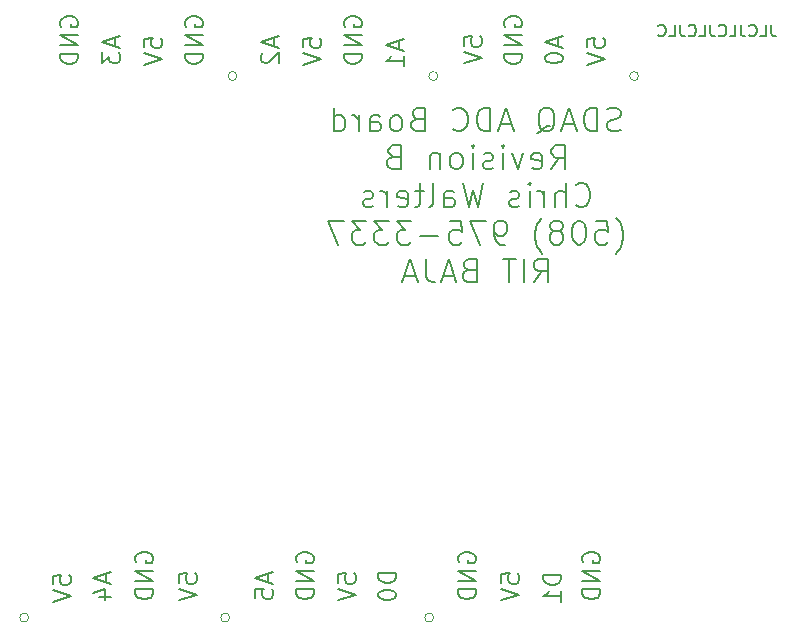
<source format=gbr>
%TF.GenerationSoftware,KiCad,Pcbnew,(5.1.10)-1*%
%TF.CreationDate,2022-03-21T18:44:11-04:00*%
%TF.ProjectId,RevA,52657641-2e6b-4696-9361-645f70636258,rev?*%
%TF.SameCoordinates,Original*%
%TF.FileFunction,Legend,Bot*%
%TF.FilePolarity,Positive*%
%FSLAX46Y46*%
G04 Gerber Fmt 4.6, Leading zero omitted, Abs format (unit mm)*
G04 Created by KiCad (PCBNEW (5.1.10)-1) date 2022-03-21 18:44:11*
%MOMM*%
%LPD*%
G01*
G04 APERTURE LIST*
%ADD10C,0.150000*%
%ADD11C,0.170000*%
%ADD12C,0.200000*%
%ADD13C,0.120000*%
G04 APERTURE END LIST*
D10*
X225599047Y-70826380D02*
X225599047Y-71540666D01*
X225646666Y-71683523D01*
X225741904Y-71778761D01*
X225884761Y-71826380D01*
X225980000Y-71826380D01*
X224646666Y-71826380D02*
X225122857Y-71826380D01*
X225122857Y-70826380D01*
X223741904Y-71731142D02*
X223789523Y-71778761D01*
X223932380Y-71826380D01*
X224027619Y-71826380D01*
X224170476Y-71778761D01*
X224265714Y-71683523D01*
X224313333Y-71588285D01*
X224360952Y-71397809D01*
X224360952Y-71254952D01*
X224313333Y-71064476D01*
X224265714Y-70969238D01*
X224170476Y-70874000D01*
X224027619Y-70826380D01*
X223932380Y-70826380D01*
X223789523Y-70874000D01*
X223741904Y-70921619D01*
X223027619Y-70826380D02*
X223027619Y-71540666D01*
X223075238Y-71683523D01*
X223170476Y-71778761D01*
X223313333Y-71826380D01*
X223408571Y-71826380D01*
X222075238Y-71826380D02*
X222551428Y-71826380D01*
X222551428Y-70826380D01*
X221170476Y-71731142D02*
X221218095Y-71778761D01*
X221360952Y-71826380D01*
X221456190Y-71826380D01*
X221599047Y-71778761D01*
X221694285Y-71683523D01*
X221741904Y-71588285D01*
X221789523Y-71397809D01*
X221789523Y-71254952D01*
X221741904Y-71064476D01*
X221694285Y-70969238D01*
X221599047Y-70874000D01*
X221456190Y-70826380D01*
X221360952Y-70826380D01*
X221218095Y-70874000D01*
X221170476Y-70921619D01*
X220456190Y-70826380D02*
X220456190Y-71540666D01*
X220503809Y-71683523D01*
X220599047Y-71778761D01*
X220741904Y-71826380D01*
X220837142Y-71826380D01*
X219503809Y-71826380D02*
X219980000Y-71826380D01*
X219980000Y-70826380D01*
X218599047Y-71731142D02*
X218646666Y-71778761D01*
X218789523Y-71826380D01*
X218884761Y-71826380D01*
X219027619Y-71778761D01*
X219122857Y-71683523D01*
X219170476Y-71588285D01*
X219218095Y-71397809D01*
X219218095Y-71254952D01*
X219170476Y-71064476D01*
X219122857Y-70969238D01*
X219027619Y-70874000D01*
X218884761Y-70826380D01*
X218789523Y-70826380D01*
X218646666Y-70874000D01*
X218599047Y-70921619D01*
X217884761Y-70826380D02*
X217884761Y-71540666D01*
X217932380Y-71683523D01*
X218027619Y-71778761D01*
X218170476Y-71826380D01*
X218265714Y-71826380D01*
X216932380Y-71826380D02*
X217408571Y-71826380D01*
X217408571Y-70826380D01*
X216027619Y-71731142D02*
X216075238Y-71778761D01*
X216218095Y-71826380D01*
X216313333Y-71826380D01*
X216456190Y-71778761D01*
X216551428Y-71683523D01*
X216599047Y-71588285D01*
X216646666Y-71397809D01*
X216646666Y-71254952D01*
X216599047Y-71064476D01*
X216551428Y-70969238D01*
X216456190Y-70874000D01*
X216313333Y-70826380D01*
X216218095Y-70826380D01*
X216075238Y-70874000D01*
X216027619Y-70921619D01*
D11*
X207815571Y-117383857D02*
X206315571Y-117383857D01*
X206315571Y-117741000D01*
X206387000Y-117955285D01*
X206529857Y-118098142D01*
X206672714Y-118169571D01*
X206958428Y-118241000D01*
X207172714Y-118241000D01*
X207458428Y-118169571D01*
X207601285Y-118098142D01*
X207744142Y-117955285D01*
X207815571Y-117741000D01*
X207815571Y-117383857D01*
X207815571Y-119669571D02*
X207815571Y-118812428D01*
X207815571Y-119241000D02*
X206315571Y-119241000D01*
X206529857Y-119098142D01*
X206672714Y-118955285D01*
X206744142Y-118812428D01*
X193845571Y-117256857D02*
X192345571Y-117256857D01*
X192345571Y-117614000D01*
X192417000Y-117828285D01*
X192559857Y-117971142D01*
X192702714Y-118042571D01*
X192988428Y-118114000D01*
X193202714Y-118114000D01*
X193488428Y-118042571D01*
X193631285Y-117971142D01*
X193774142Y-117828285D01*
X193845571Y-117614000D01*
X193845571Y-117256857D01*
X192345571Y-119042571D02*
X192345571Y-119185428D01*
X192417000Y-119328285D01*
X192488428Y-119399714D01*
X192631285Y-119471142D01*
X192917000Y-119542571D01*
X193274142Y-119542571D01*
X193559857Y-119471142D01*
X193702714Y-119399714D01*
X193774142Y-119328285D01*
X193845571Y-119185428D01*
X193845571Y-119042571D01*
X193774142Y-118899714D01*
X193702714Y-118828285D01*
X193559857Y-118756857D01*
X193274142Y-118685428D01*
X192917000Y-118685428D01*
X192631285Y-118756857D01*
X192488428Y-118828285D01*
X192417000Y-118899714D01*
X192345571Y-119042571D01*
X183003000Y-117292571D02*
X183003000Y-118006857D01*
X183431571Y-117149714D02*
X181931571Y-117649714D01*
X183431571Y-118149714D01*
X181931571Y-119364000D02*
X181931571Y-118649714D01*
X182645857Y-118578285D01*
X182574428Y-118649714D01*
X182503000Y-118792571D01*
X182503000Y-119149714D01*
X182574428Y-119292571D01*
X182645857Y-119364000D01*
X182788714Y-119435428D01*
X183145857Y-119435428D01*
X183288714Y-119364000D01*
X183360142Y-119292571D01*
X183431571Y-119149714D01*
X183431571Y-118792571D01*
X183360142Y-118649714D01*
X183288714Y-118578285D01*
X169287000Y-117292571D02*
X169287000Y-118006857D01*
X169715571Y-117149714D02*
X168215571Y-117649714D01*
X169715571Y-118149714D01*
X168715571Y-119292571D02*
X169715571Y-119292571D01*
X168144142Y-118935428D02*
X169215571Y-118578285D01*
X169215571Y-119506857D01*
X170049000Y-71953571D02*
X170049000Y-72667857D01*
X170477571Y-71810714D02*
X168977571Y-72310714D01*
X170477571Y-72810714D01*
X168977571Y-73167857D02*
X168977571Y-74096428D01*
X169549000Y-73596428D01*
X169549000Y-73810714D01*
X169620428Y-73953571D01*
X169691857Y-74025000D01*
X169834714Y-74096428D01*
X170191857Y-74096428D01*
X170334714Y-74025000D01*
X170406142Y-73953571D01*
X170477571Y-73810714D01*
X170477571Y-73382142D01*
X170406142Y-73239285D01*
X170334714Y-73167857D01*
X183511000Y-71953571D02*
X183511000Y-72667857D01*
X183939571Y-71810714D02*
X182439571Y-72310714D01*
X183939571Y-72810714D01*
X182582428Y-73239285D02*
X182511000Y-73310714D01*
X182439571Y-73453571D01*
X182439571Y-73810714D01*
X182511000Y-73953571D01*
X182582428Y-74025000D01*
X182725285Y-74096428D01*
X182868142Y-74096428D01*
X183082428Y-74025000D01*
X183939571Y-73167857D01*
X183939571Y-74096428D01*
X194052000Y-72207571D02*
X194052000Y-72921857D01*
X194480571Y-72064714D02*
X192980571Y-72564714D01*
X194480571Y-73064714D01*
X194480571Y-74350428D02*
X194480571Y-73493285D01*
X194480571Y-73921857D02*
X192980571Y-73921857D01*
X193194857Y-73779000D01*
X193337714Y-73636142D01*
X193409142Y-73493285D01*
X207514000Y-71953571D02*
X207514000Y-72667857D01*
X207942571Y-71810714D02*
X206442571Y-72310714D01*
X207942571Y-72810714D01*
X206442571Y-73596428D02*
X206442571Y-73739285D01*
X206514000Y-73882142D01*
X206585428Y-73953571D01*
X206728285Y-74025000D01*
X207014000Y-74096428D01*
X207371142Y-74096428D01*
X207656857Y-74025000D01*
X207799714Y-73953571D01*
X207871142Y-73882142D01*
X207942571Y-73739285D01*
X207942571Y-73596428D01*
X207871142Y-73453571D01*
X207799714Y-73382142D01*
X207656857Y-73310714D01*
X207371142Y-73239285D01*
X207014000Y-73239285D01*
X206728285Y-73310714D01*
X206585428Y-73382142D01*
X206514000Y-73453571D01*
X206442571Y-73596428D01*
X164786571Y-118205285D02*
X164786571Y-117491000D01*
X165500857Y-117419571D01*
X165429428Y-117491000D01*
X165358000Y-117633857D01*
X165358000Y-117991000D01*
X165429428Y-118133857D01*
X165500857Y-118205285D01*
X165643714Y-118276714D01*
X166000857Y-118276714D01*
X166143714Y-118205285D01*
X166215142Y-118133857D01*
X166286571Y-117991000D01*
X166286571Y-117633857D01*
X166215142Y-117491000D01*
X166143714Y-117419571D01*
X164786571Y-118705285D02*
X166286571Y-119205285D01*
X164786571Y-119705285D01*
X175454571Y-118078285D02*
X175454571Y-117364000D01*
X176168857Y-117292571D01*
X176097428Y-117364000D01*
X176026000Y-117506857D01*
X176026000Y-117864000D01*
X176097428Y-118006857D01*
X176168857Y-118078285D01*
X176311714Y-118149714D01*
X176668857Y-118149714D01*
X176811714Y-118078285D01*
X176883142Y-118006857D01*
X176954571Y-117864000D01*
X176954571Y-117506857D01*
X176883142Y-117364000D01*
X176811714Y-117292571D01*
X175454571Y-118578285D02*
X176954571Y-119078285D01*
X175454571Y-119578285D01*
X188916571Y-118078285D02*
X188916571Y-117364000D01*
X189630857Y-117292571D01*
X189559428Y-117364000D01*
X189488000Y-117506857D01*
X189488000Y-117864000D01*
X189559428Y-118006857D01*
X189630857Y-118078285D01*
X189773714Y-118149714D01*
X190130857Y-118149714D01*
X190273714Y-118078285D01*
X190345142Y-118006857D01*
X190416571Y-117864000D01*
X190416571Y-117506857D01*
X190345142Y-117364000D01*
X190273714Y-117292571D01*
X188916571Y-118578285D02*
X190416571Y-119078285D01*
X188916571Y-119578285D01*
X202759571Y-118078285D02*
X202759571Y-117364000D01*
X203473857Y-117292571D01*
X203402428Y-117364000D01*
X203331000Y-117506857D01*
X203331000Y-117864000D01*
X203402428Y-118006857D01*
X203473857Y-118078285D01*
X203616714Y-118149714D01*
X203973857Y-118149714D01*
X204116714Y-118078285D01*
X204188142Y-118006857D01*
X204259571Y-117864000D01*
X204259571Y-117506857D01*
X204188142Y-117364000D01*
X204116714Y-117292571D01*
X202759571Y-118578285D02*
X204259571Y-119078285D01*
X202759571Y-119578285D01*
X209689000Y-116332142D02*
X209617571Y-116189285D01*
X209617571Y-115975000D01*
X209689000Y-115760714D01*
X209831857Y-115617857D01*
X209974714Y-115546428D01*
X210260428Y-115475000D01*
X210474714Y-115475000D01*
X210760428Y-115546428D01*
X210903285Y-115617857D01*
X211046142Y-115760714D01*
X211117571Y-115975000D01*
X211117571Y-116117857D01*
X211046142Y-116332142D01*
X210974714Y-116403571D01*
X210474714Y-116403571D01*
X210474714Y-116117857D01*
X211117571Y-117046428D02*
X209617571Y-117046428D01*
X211117571Y-117903571D01*
X209617571Y-117903571D01*
X211117571Y-118617857D02*
X209617571Y-118617857D01*
X209617571Y-118975000D01*
X209689000Y-119189285D01*
X209831857Y-119332142D01*
X209974714Y-119403571D01*
X210260428Y-119475000D01*
X210474714Y-119475000D01*
X210760428Y-119403571D01*
X210903285Y-119332142D01*
X211046142Y-119189285D01*
X211117571Y-118975000D01*
X211117571Y-118617857D01*
X199148000Y-116332142D02*
X199076571Y-116189285D01*
X199076571Y-115975000D01*
X199148000Y-115760714D01*
X199290857Y-115617857D01*
X199433714Y-115546428D01*
X199719428Y-115475000D01*
X199933714Y-115475000D01*
X200219428Y-115546428D01*
X200362285Y-115617857D01*
X200505142Y-115760714D01*
X200576571Y-115975000D01*
X200576571Y-116117857D01*
X200505142Y-116332142D01*
X200433714Y-116403571D01*
X199933714Y-116403571D01*
X199933714Y-116117857D01*
X200576571Y-117046428D02*
X199076571Y-117046428D01*
X200576571Y-117903571D01*
X199076571Y-117903571D01*
X200576571Y-118617857D02*
X199076571Y-118617857D01*
X199076571Y-118975000D01*
X199148000Y-119189285D01*
X199290857Y-119332142D01*
X199433714Y-119403571D01*
X199719428Y-119475000D01*
X199933714Y-119475000D01*
X200219428Y-119403571D01*
X200362285Y-119332142D01*
X200505142Y-119189285D01*
X200576571Y-118975000D01*
X200576571Y-118617857D01*
X185432000Y-116332142D02*
X185360571Y-116189285D01*
X185360571Y-115975000D01*
X185432000Y-115760714D01*
X185574857Y-115617857D01*
X185717714Y-115546428D01*
X186003428Y-115475000D01*
X186217714Y-115475000D01*
X186503428Y-115546428D01*
X186646285Y-115617857D01*
X186789142Y-115760714D01*
X186860571Y-115975000D01*
X186860571Y-116117857D01*
X186789142Y-116332142D01*
X186717714Y-116403571D01*
X186217714Y-116403571D01*
X186217714Y-116117857D01*
X186860571Y-117046428D02*
X185360571Y-117046428D01*
X186860571Y-117903571D01*
X185360571Y-117903571D01*
X186860571Y-118617857D02*
X185360571Y-118617857D01*
X185360571Y-118975000D01*
X185432000Y-119189285D01*
X185574857Y-119332142D01*
X185717714Y-119403571D01*
X186003428Y-119475000D01*
X186217714Y-119475000D01*
X186503428Y-119403571D01*
X186646285Y-119332142D01*
X186789142Y-119189285D01*
X186860571Y-118975000D01*
X186860571Y-118617857D01*
X171843000Y-116332142D02*
X171771571Y-116189285D01*
X171771571Y-115975000D01*
X171843000Y-115760714D01*
X171985857Y-115617857D01*
X172128714Y-115546428D01*
X172414428Y-115475000D01*
X172628714Y-115475000D01*
X172914428Y-115546428D01*
X173057285Y-115617857D01*
X173200142Y-115760714D01*
X173271571Y-115975000D01*
X173271571Y-116117857D01*
X173200142Y-116332142D01*
X173128714Y-116403571D01*
X172628714Y-116403571D01*
X172628714Y-116117857D01*
X173271571Y-117046428D02*
X171771571Y-117046428D01*
X173271571Y-117903571D01*
X171771571Y-117903571D01*
X173271571Y-118617857D02*
X171771571Y-118617857D01*
X171771571Y-118975000D01*
X171843000Y-119189285D01*
X171985857Y-119332142D01*
X172128714Y-119403571D01*
X172414428Y-119475000D01*
X172628714Y-119475000D01*
X172914428Y-119403571D01*
X173057285Y-119332142D01*
X173200142Y-119189285D01*
X173271571Y-118975000D01*
X173271571Y-118617857D01*
X203085000Y-70993142D02*
X203013571Y-70850285D01*
X203013571Y-70636000D01*
X203085000Y-70421714D01*
X203227857Y-70278857D01*
X203370714Y-70207428D01*
X203656428Y-70136000D01*
X203870714Y-70136000D01*
X204156428Y-70207428D01*
X204299285Y-70278857D01*
X204442142Y-70421714D01*
X204513571Y-70636000D01*
X204513571Y-70778857D01*
X204442142Y-70993142D01*
X204370714Y-71064571D01*
X203870714Y-71064571D01*
X203870714Y-70778857D01*
X204513571Y-71707428D02*
X203013571Y-71707428D01*
X204513571Y-72564571D01*
X203013571Y-72564571D01*
X204513571Y-73278857D02*
X203013571Y-73278857D01*
X203013571Y-73636000D01*
X203085000Y-73850285D01*
X203227857Y-73993142D01*
X203370714Y-74064571D01*
X203656428Y-74136000D01*
X203870714Y-74136000D01*
X204156428Y-74064571D01*
X204299285Y-73993142D01*
X204442142Y-73850285D01*
X204513571Y-73636000D01*
X204513571Y-73278857D01*
X189496000Y-70993142D02*
X189424571Y-70850285D01*
X189424571Y-70636000D01*
X189496000Y-70421714D01*
X189638857Y-70278857D01*
X189781714Y-70207428D01*
X190067428Y-70136000D01*
X190281714Y-70136000D01*
X190567428Y-70207428D01*
X190710285Y-70278857D01*
X190853142Y-70421714D01*
X190924571Y-70636000D01*
X190924571Y-70778857D01*
X190853142Y-70993142D01*
X190781714Y-71064571D01*
X190281714Y-71064571D01*
X190281714Y-70778857D01*
X190924571Y-71707428D02*
X189424571Y-71707428D01*
X190924571Y-72564571D01*
X189424571Y-72564571D01*
X190924571Y-73278857D02*
X189424571Y-73278857D01*
X189424571Y-73636000D01*
X189496000Y-73850285D01*
X189638857Y-73993142D01*
X189781714Y-74064571D01*
X190067428Y-74136000D01*
X190281714Y-74136000D01*
X190567428Y-74064571D01*
X190710285Y-73993142D01*
X190853142Y-73850285D01*
X190924571Y-73636000D01*
X190924571Y-73278857D01*
X176034000Y-70993142D02*
X175962571Y-70850285D01*
X175962571Y-70636000D01*
X176034000Y-70421714D01*
X176176857Y-70278857D01*
X176319714Y-70207428D01*
X176605428Y-70136000D01*
X176819714Y-70136000D01*
X177105428Y-70207428D01*
X177248285Y-70278857D01*
X177391142Y-70421714D01*
X177462571Y-70636000D01*
X177462571Y-70778857D01*
X177391142Y-70993142D01*
X177319714Y-71064571D01*
X176819714Y-71064571D01*
X176819714Y-70778857D01*
X177462571Y-71707428D02*
X175962571Y-71707428D01*
X177462571Y-72564571D01*
X175962571Y-72564571D01*
X177462571Y-73278857D02*
X175962571Y-73278857D01*
X175962571Y-73636000D01*
X176034000Y-73850285D01*
X176176857Y-73993142D01*
X176319714Y-74064571D01*
X176605428Y-74136000D01*
X176819714Y-74136000D01*
X177105428Y-74064571D01*
X177248285Y-73993142D01*
X177391142Y-73850285D01*
X177462571Y-73636000D01*
X177462571Y-73278857D01*
X165493000Y-70993142D02*
X165421571Y-70850285D01*
X165421571Y-70636000D01*
X165493000Y-70421714D01*
X165635857Y-70278857D01*
X165778714Y-70207428D01*
X166064428Y-70136000D01*
X166278714Y-70136000D01*
X166564428Y-70207428D01*
X166707285Y-70278857D01*
X166850142Y-70421714D01*
X166921571Y-70636000D01*
X166921571Y-70778857D01*
X166850142Y-70993142D01*
X166778714Y-71064571D01*
X166278714Y-71064571D01*
X166278714Y-70778857D01*
X166921571Y-71707428D02*
X165421571Y-71707428D01*
X166921571Y-72564571D01*
X165421571Y-72564571D01*
X166921571Y-73278857D02*
X165421571Y-73278857D01*
X165421571Y-73636000D01*
X165493000Y-73850285D01*
X165635857Y-73993142D01*
X165778714Y-74064571D01*
X166064428Y-74136000D01*
X166278714Y-74136000D01*
X166564428Y-74064571D01*
X166707285Y-73993142D01*
X166850142Y-73850285D01*
X166921571Y-73636000D01*
X166921571Y-73278857D01*
X209998571Y-72739285D02*
X209998571Y-72025000D01*
X210712857Y-71953571D01*
X210641428Y-72025000D01*
X210570000Y-72167857D01*
X210570000Y-72525000D01*
X210641428Y-72667857D01*
X210712857Y-72739285D01*
X210855714Y-72810714D01*
X211212857Y-72810714D01*
X211355714Y-72739285D01*
X211427142Y-72667857D01*
X211498571Y-72525000D01*
X211498571Y-72167857D01*
X211427142Y-72025000D01*
X211355714Y-71953571D01*
X209998571Y-73239285D02*
X211498571Y-73739285D01*
X209998571Y-74239285D01*
X199584571Y-72612285D02*
X199584571Y-71898000D01*
X200298857Y-71826571D01*
X200227428Y-71898000D01*
X200156000Y-72040857D01*
X200156000Y-72398000D01*
X200227428Y-72540857D01*
X200298857Y-72612285D01*
X200441714Y-72683714D01*
X200798857Y-72683714D01*
X200941714Y-72612285D01*
X201013142Y-72540857D01*
X201084571Y-72398000D01*
X201084571Y-72040857D01*
X201013142Y-71898000D01*
X200941714Y-71826571D01*
X199584571Y-73112285D02*
X201084571Y-73612285D01*
X199584571Y-74112285D01*
X185995571Y-72739285D02*
X185995571Y-72025000D01*
X186709857Y-71953571D01*
X186638428Y-72025000D01*
X186567000Y-72167857D01*
X186567000Y-72525000D01*
X186638428Y-72667857D01*
X186709857Y-72739285D01*
X186852714Y-72810714D01*
X187209857Y-72810714D01*
X187352714Y-72739285D01*
X187424142Y-72667857D01*
X187495571Y-72525000D01*
X187495571Y-72167857D01*
X187424142Y-72025000D01*
X187352714Y-71953571D01*
X185995571Y-73239285D02*
X187495571Y-73739285D01*
X185995571Y-74239285D01*
X172533571Y-72739285D02*
X172533571Y-72025000D01*
X173247857Y-71953571D01*
X173176428Y-72025000D01*
X173105000Y-72167857D01*
X173105000Y-72525000D01*
X173176428Y-72667857D01*
X173247857Y-72739285D01*
X173390714Y-72810714D01*
X173747857Y-72810714D01*
X173890714Y-72739285D01*
X173962142Y-72667857D01*
X174033571Y-72525000D01*
X174033571Y-72167857D01*
X173962142Y-72025000D01*
X173890714Y-71953571D01*
X172533571Y-73239285D02*
X174033571Y-73739285D01*
X172533571Y-74239285D01*
D12*
X212850476Y-79753523D02*
X212564761Y-79848761D01*
X212088571Y-79848761D01*
X211898095Y-79753523D01*
X211802857Y-79658285D01*
X211707619Y-79467809D01*
X211707619Y-79277333D01*
X211802857Y-79086857D01*
X211898095Y-78991619D01*
X212088571Y-78896380D01*
X212469523Y-78801142D01*
X212660000Y-78705904D01*
X212755238Y-78610666D01*
X212850476Y-78420190D01*
X212850476Y-78229714D01*
X212755238Y-78039238D01*
X212660000Y-77944000D01*
X212469523Y-77848761D01*
X211993333Y-77848761D01*
X211707619Y-77944000D01*
X210850476Y-79848761D02*
X210850476Y-77848761D01*
X210374285Y-77848761D01*
X210088571Y-77944000D01*
X209898095Y-78134476D01*
X209802857Y-78324952D01*
X209707619Y-78705904D01*
X209707619Y-78991619D01*
X209802857Y-79372571D01*
X209898095Y-79563047D01*
X210088571Y-79753523D01*
X210374285Y-79848761D01*
X210850476Y-79848761D01*
X208945714Y-79277333D02*
X207993333Y-79277333D01*
X209136190Y-79848761D02*
X208469523Y-77848761D01*
X207802857Y-79848761D01*
X205802857Y-80039238D02*
X205993333Y-79944000D01*
X206183809Y-79753523D01*
X206469523Y-79467809D01*
X206660000Y-79372571D01*
X206850476Y-79372571D01*
X206755238Y-79848761D02*
X206945714Y-79753523D01*
X207136190Y-79563047D01*
X207231428Y-79182095D01*
X207231428Y-78515428D01*
X207136190Y-78134476D01*
X206945714Y-77944000D01*
X206755238Y-77848761D01*
X206374285Y-77848761D01*
X206183809Y-77944000D01*
X205993333Y-78134476D01*
X205898095Y-78515428D01*
X205898095Y-79182095D01*
X205993333Y-79563047D01*
X206183809Y-79753523D01*
X206374285Y-79848761D01*
X206755238Y-79848761D01*
X203612380Y-79277333D02*
X202660000Y-79277333D01*
X203802857Y-79848761D02*
X203136190Y-77848761D01*
X202469523Y-79848761D01*
X201802857Y-79848761D02*
X201802857Y-77848761D01*
X201326666Y-77848761D01*
X201040952Y-77944000D01*
X200850476Y-78134476D01*
X200755238Y-78324952D01*
X200660000Y-78705904D01*
X200660000Y-78991619D01*
X200755238Y-79372571D01*
X200850476Y-79563047D01*
X201040952Y-79753523D01*
X201326666Y-79848761D01*
X201802857Y-79848761D01*
X198660000Y-79658285D02*
X198755238Y-79753523D01*
X199040952Y-79848761D01*
X199231428Y-79848761D01*
X199517142Y-79753523D01*
X199707619Y-79563047D01*
X199802857Y-79372571D01*
X199898095Y-78991619D01*
X199898095Y-78705904D01*
X199802857Y-78324952D01*
X199707619Y-78134476D01*
X199517142Y-77944000D01*
X199231428Y-77848761D01*
X199040952Y-77848761D01*
X198755238Y-77944000D01*
X198660000Y-78039238D01*
X195612380Y-78801142D02*
X195326666Y-78896380D01*
X195231428Y-78991619D01*
X195136190Y-79182095D01*
X195136190Y-79467809D01*
X195231428Y-79658285D01*
X195326666Y-79753523D01*
X195517142Y-79848761D01*
X196279047Y-79848761D01*
X196279047Y-77848761D01*
X195612380Y-77848761D01*
X195421904Y-77944000D01*
X195326666Y-78039238D01*
X195231428Y-78229714D01*
X195231428Y-78420190D01*
X195326666Y-78610666D01*
X195421904Y-78705904D01*
X195612380Y-78801142D01*
X196279047Y-78801142D01*
X193993333Y-79848761D02*
X194183809Y-79753523D01*
X194279047Y-79658285D01*
X194374285Y-79467809D01*
X194374285Y-78896380D01*
X194279047Y-78705904D01*
X194183809Y-78610666D01*
X193993333Y-78515428D01*
X193707619Y-78515428D01*
X193517142Y-78610666D01*
X193421904Y-78705904D01*
X193326666Y-78896380D01*
X193326666Y-79467809D01*
X193421904Y-79658285D01*
X193517142Y-79753523D01*
X193707619Y-79848761D01*
X193993333Y-79848761D01*
X191612380Y-79848761D02*
X191612380Y-78801142D01*
X191707619Y-78610666D01*
X191898095Y-78515428D01*
X192279047Y-78515428D01*
X192469523Y-78610666D01*
X191612380Y-79753523D02*
X191802857Y-79848761D01*
X192279047Y-79848761D01*
X192469523Y-79753523D01*
X192564761Y-79563047D01*
X192564761Y-79372571D01*
X192469523Y-79182095D01*
X192279047Y-79086857D01*
X191802857Y-79086857D01*
X191612380Y-78991619D01*
X190660000Y-79848761D02*
X190660000Y-78515428D01*
X190660000Y-78896380D02*
X190564761Y-78705904D01*
X190469523Y-78610666D01*
X190279047Y-78515428D01*
X190088571Y-78515428D01*
X188564761Y-79848761D02*
X188564761Y-77848761D01*
X188564761Y-79753523D02*
X188755238Y-79848761D01*
X189136190Y-79848761D01*
X189326666Y-79753523D01*
X189421904Y-79658285D01*
X189517142Y-79467809D01*
X189517142Y-78896380D01*
X189421904Y-78705904D01*
X189326666Y-78610666D01*
X189136190Y-78515428D01*
X188755238Y-78515428D01*
X188564761Y-78610666D01*
X206993333Y-83048761D02*
X207660000Y-82096380D01*
X208136190Y-83048761D02*
X208136190Y-81048761D01*
X207374285Y-81048761D01*
X207183809Y-81144000D01*
X207088571Y-81239238D01*
X206993333Y-81429714D01*
X206993333Y-81715428D01*
X207088571Y-81905904D01*
X207183809Y-82001142D01*
X207374285Y-82096380D01*
X208136190Y-82096380D01*
X205374285Y-82953523D02*
X205564761Y-83048761D01*
X205945714Y-83048761D01*
X206136190Y-82953523D01*
X206231428Y-82763047D01*
X206231428Y-82001142D01*
X206136190Y-81810666D01*
X205945714Y-81715428D01*
X205564761Y-81715428D01*
X205374285Y-81810666D01*
X205279047Y-82001142D01*
X205279047Y-82191619D01*
X206231428Y-82382095D01*
X204612380Y-81715428D02*
X204136190Y-83048761D01*
X203660000Y-81715428D01*
X202898095Y-83048761D02*
X202898095Y-81715428D01*
X202898095Y-81048761D02*
X202993333Y-81144000D01*
X202898095Y-81239238D01*
X202802857Y-81144000D01*
X202898095Y-81048761D01*
X202898095Y-81239238D01*
X202040952Y-82953523D02*
X201850476Y-83048761D01*
X201469523Y-83048761D01*
X201279047Y-82953523D01*
X201183809Y-82763047D01*
X201183809Y-82667809D01*
X201279047Y-82477333D01*
X201469523Y-82382095D01*
X201755238Y-82382095D01*
X201945714Y-82286857D01*
X202040952Y-82096380D01*
X202040952Y-82001142D01*
X201945714Y-81810666D01*
X201755238Y-81715428D01*
X201469523Y-81715428D01*
X201279047Y-81810666D01*
X200326666Y-83048761D02*
X200326666Y-81715428D01*
X200326666Y-81048761D02*
X200421904Y-81144000D01*
X200326666Y-81239238D01*
X200231428Y-81144000D01*
X200326666Y-81048761D01*
X200326666Y-81239238D01*
X199088571Y-83048761D02*
X199279047Y-82953523D01*
X199374285Y-82858285D01*
X199469523Y-82667809D01*
X199469523Y-82096380D01*
X199374285Y-81905904D01*
X199279047Y-81810666D01*
X199088571Y-81715428D01*
X198802857Y-81715428D01*
X198612380Y-81810666D01*
X198517142Y-81905904D01*
X198421904Y-82096380D01*
X198421904Y-82667809D01*
X198517142Y-82858285D01*
X198612380Y-82953523D01*
X198802857Y-83048761D01*
X199088571Y-83048761D01*
X197564761Y-81715428D02*
X197564761Y-83048761D01*
X197564761Y-81905904D02*
X197469523Y-81810666D01*
X197279047Y-81715428D01*
X196993333Y-81715428D01*
X196802857Y-81810666D01*
X196707619Y-82001142D01*
X196707619Y-83048761D01*
X193564761Y-82001142D02*
X193279047Y-82096380D01*
X193183809Y-82191619D01*
X193088571Y-82382095D01*
X193088571Y-82667809D01*
X193183809Y-82858285D01*
X193279047Y-82953523D01*
X193469523Y-83048761D01*
X194231428Y-83048761D01*
X194231428Y-81048761D01*
X193564761Y-81048761D01*
X193374285Y-81144000D01*
X193279047Y-81239238D01*
X193183809Y-81429714D01*
X193183809Y-81620190D01*
X193279047Y-81810666D01*
X193374285Y-81905904D01*
X193564761Y-82001142D01*
X194231428Y-82001142D01*
X209040952Y-86058285D02*
X209136190Y-86153523D01*
X209421904Y-86248761D01*
X209612380Y-86248761D01*
X209898095Y-86153523D01*
X210088571Y-85963047D01*
X210183809Y-85772571D01*
X210279047Y-85391619D01*
X210279047Y-85105904D01*
X210183809Y-84724952D01*
X210088571Y-84534476D01*
X209898095Y-84344000D01*
X209612380Y-84248761D01*
X209421904Y-84248761D01*
X209136190Y-84344000D01*
X209040952Y-84439238D01*
X208183809Y-86248761D02*
X208183809Y-84248761D01*
X207326666Y-86248761D02*
X207326666Y-85201142D01*
X207421904Y-85010666D01*
X207612380Y-84915428D01*
X207898095Y-84915428D01*
X208088571Y-85010666D01*
X208183809Y-85105904D01*
X206374285Y-86248761D02*
X206374285Y-84915428D01*
X206374285Y-85296380D02*
X206279047Y-85105904D01*
X206183809Y-85010666D01*
X205993333Y-84915428D01*
X205802857Y-84915428D01*
X205136190Y-86248761D02*
X205136190Y-84915428D01*
X205136190Y-84248761D02*
X205231428Y-84344000D01*
X205136190Y-84439238D01*
X205040952Y-84344000D01*
X205136190Y-84248761D01*
X205136190Y-84439238D01*
X204279047Y-86153523D02*
X204088571Y-86248761D01*
X203707619Y-86248761D01*
X203517142Y-86153523D01*
X203421904Y-85963047D01*
X203421904Y-85867809D01*
X203517142Y-85677333D01*
X203707619Y-85582095D01*
X203993333Y-85582095D01*
X204183809Y-85486857D01*
X204279047Y-85296380D01*
X204279047Y-85201142D01*
X204183809Y-85010666D01*
X203993333Y-84915428D01*
X203707619Y-84915428D01*
X203517142Y-85010666D01*
X201231428Y-84248761D02*
X200755238Y-86248761D01*
X200374285Y-84820190D01*
X199993333Y-86248761D01*
X199517142Y-84248761D01*
X197898095Y-86248761D02*
X197898095Y-85201142D01*
X197993333Y-85010666D01*
X198183809Y-84915428D01*
X198564761Y-84915428D01*
X198755238Y-85010666D01*
X197898095Y-86153523D02*
X198088571Y-86248761D01*
X198564761Y-86248761D01*
X198755238Y-86153523D01*
X198850476Y-85963047D01*
X198850476Y-85772571D01*
X198755238Y-85582095D01*
X198564761Y-85486857D01*
X198088571Y-85486857D01*
X197898095Y-85391619D01*
X196660000Y-86248761D02*
X196850476Y-86153523D01*
X196945714Y-85963047D01*
X196945714Y-84248761D01*
X196183809Y-84915428D02*
X195421904Y-84915428D01*
X195898095Y-84248761D02*
X195898095Y-85963047D01*
X195802857Y-86153523D01*
X195612380Y-86248761D01*
X195421904Y-86248761D01*
X193993333Y-86153523D02*
X194183809Y-86248761D01*
X194564761Y-86248761D01*
X194755238Y-86153523D01*
X194850476Y-85963047D01*
X194850476Y-85201142D01*
X194755238Y-85010666D01*
X194564761Y-84915428D01*
X194183809Y-84915428D01*
X193993333Y-85010666D01*
X193898095Y-85201142D01*
X193898095Y-85391619D01*
X194850476Y-85582095D01*
X193040952Y-86248761D02*
X193040952Y-84915428D01*
X193040952Y-85296380D02*
X192945714Y-85105904D01*
X192850476Y-85010666D01*
X192660000Y-84915428D01*
X192469523Y-84915428D01*
X191898095Y-86153523D02*
X191707619Y-86248761D01*
X191326666Y-86248761D01*
X191136190Y-86153523D01*
X191040952Y-85963047D01*
X191040952Y-85867809D01*
X191136190Y-85677333D01*
X191326666Y-85582095D01*
X191612380Y-85582095D01*
X191802857Y-85486857D01*
X191898095Y-85296380D01*
X191898095Y-85201142D01*
X191802857Y-85010666D01*
X191612380Y-84915428D01*
X191326666Y-84915428D01*
X191136190Y-85010666D01*
X212469523Y-90210666D02*
X212564761Y-90115428D01*
X212755238Y-89829714D01*
X212850476Y-89639238D01*
X212945714Y-89353523D01*
X213040952Y-88877333D01*
X213040952Y-88496380D01*
X212945714Y-88020190D01*
X212850476Y-87734476D01*
X212755238Y-87544000D01*
X212564761Y-87258285D01*
X212469523Y-87163047D01*
X210755238Y-87448761D02*
X211707619Y-87448761D01*
X211802857Y-88401142D01*
X211707619Y-88305904D01*
X211517142Y-88210666D01*
X211040952Y-88210666D01*
X210850476Y-88305904D01*
X210755238Y-88401142D01*
X210660000Y-88591619D01*
X210660000Y-89067809D01*
X210755238Y-89258285D01*
X210850476Y-89353523D01*
X211040952Y-89448761D01*
X211517142Y-89448761D01*
X211707619Y-89353523D01*
X211802857Y-89258285D01*
X209421904Y-87448761D02*
X209231428Y-87448761D01*
X209040952Y-87544000D01*
X208945714Y-87639238D01*
X208850476Y-87829714D01*
X208755238Y-88210666D01*
X208755238Y-88686857D01*
X208850476Y-89067809D01*
X208945714Y-89258285D01*
X209040952Y-89353523D01*
X209231428Y-89448761D01*
X209421904Y-89448761D01*
X209612380Y-89353523D01*
X209707619Y-89258285D01*
X209802857Y-89067809D01*
X209898095Y-88686857D01*
X209898095Y-88210666D01*
X209802857Y-87829714D01*
X209707619Y-87639238D01*
X209612380Y-87544000D01*
X209421904Y-87448761D01*
X207612380Y-88305904D02*
X207802857Y-88210666D01*
X207898095Y-88115428D01*
X207993333Y-87924952D01*
X207993333Y-87829714D01*
X207898095Y-87639238D01*
X207802857Y-87544000D01*
X207612380Y-87448761D01*
X207231428Y-87448761D01*
X207040952Y-87544000D01*
X206945714Y-87639238D01*
X206850476Y-87829714D01*
X206850476Y-87924952D01*
X206945714Y-88115428D01*
X207040952Y-88210666D01*
X207231428Y-88305904D01*
X207612380Y-88305904D01*
X207802857Y-88401142D01*
X207898095Y-88496380D01*
X207993333Y-88686857D01*
X207993333Y-89067809D01*
X207898095Y-89258285D01*
X207802857Y-89353523D01*
X207612380Y-89448761D01*
X207231428Y-89448761D01*
X207040952Y-89353523D01*
X206945714Y-89258285D01*
X206850476Y-89067809D01*
X206850476Y-88686857D01*
X206945714Y-88496380D01*
X207040952Y-88401142D01*
X207231428Y-88305904D01*
X206183809Y-90210666D02*
X206088571Y-90115428D01*
X205898095Y-89829714D01*
X205802857Y-89639238D01*
X205707619Y-89353523D01*
X205612380Y-88877333D01*
X205612380Y-88496380D01*
X205707619Y-88020190D01*
X205802857Y-87734476D01*
X205898095Y-87544000D01*
X206088571Y-87258285D01*
X206183809Y-87163047D01*
X203040952Y-89448761D02*
X202660000Y-89448761D01*
X202469523Y-89353523D01*
X202374285Y-89258285D01*
X202183809Y-88972571D01*
X202088571Y-88591619D01*
X202088571Y-87829714D01*
X202183809Y-87639238D01*
X202279047Y-87544000D01*
X202469523Y-87448761D01*
X202850476Y-87448761D01*
X203040952Y-87544000D01*
X203136190Y-87639238D01*
X203231428Y-87829714D01*
X203231428Y-88305904D01*
X203136190Y-88496380D01*
X203040952Y-88591619D01*
X202850476Y-88686857D01*
X202469523Y-88686857D01*
X202279047Y-88591619D01*
X202183809Y-88496380D01*
X202088571Y-88305904D01*
X201421904Y-87448761D02*
X200088571Y-87448761D01*
X200945714Y-89448761D01*
X198374285Y-87448761D02*
X199326666Y-87448761D01*
X199421904Y-88401142D01*
X199326666Y-88305904D01*
X199136190Y-88210666D01*
X198660000Y-88210666D01*
X198469523Y-88305904D01*
X198374285Y-88401142D01*
X198279047Y-88591619D01*
X198279047Y-89067809D01*
X198374285Y-89258285D01*
X198469523Y-89353523D01*
X198660000Y-89448761D01*
X199136190Y-89448761D01*
X199326666Y-89353523D01*
X199421904Y-89258285D01*
X197421904Y-88686857D02*
X195898095Y-88686857D01*
X195136190Y-87448761D02*
X193898095Y-87448761D01*
X194564761Y-88210666D01*
X194279047Y-88210666D01*
X194088571Y-88305904D01*
X193993333Y-88401142D01*
X193898095Y-88591619D01*
X193898095Y-89067809D01*
X193993333Y-89258285D01*
X194088571Y-89353523D01*
X194279047Y-89448761D01*
X194850476Y-89448761D01*
X195040952Y-89353523D01*
X195136190Y-89258285D01*
X193231428Y-87448761D02*
X191993333Y-87448761D01*
X192660000Y-88210666D01*
X192374285Y-88210666D01*
X192183809Y-88305904D01*
X192088571Y-88401142D01*
X191993333Y-88591619D01*
X191993333Y-89067809D01*
X192088571Y-89258285D01*
X192183809Y-89353523D01*
X192374285Y-89448761D01*
X192945714Y-89448761D01*
X193136190Y-89353523D01*
X193231428Y-89258285D01*
X191326666Y-87448761D02*
X190088571Y-87448761D01*
X190755238Y-88210666D01*
X190469523Y-88210666D01*
X190279047Y-88305904D01*
X190183809Y-88401142D01*
X190088571Y-88591619D01*
X190088571Y-89067809D01*
X190183809Y-89258285D01*
X190279047Y-89353523D01*
X190469523Y-89448761D01*
X191040952Y-89448761D01*
X191231428Y-89353523D01*
X191326666Y-89258285D01*
X189421904Y-87448761D02*
X188088571Y-87448761D01*
X188945714Y-89448761D01*
X205517142Y-92648761D02*
X206183809Y-91696380D01*
X206660000Y-92648761D02*
X206660000Y-90648761D01*
X205898095Y-90648761D01*
X205707619Y-90744000D01*
X205612380Y-90839238D01*
X205517142Y-91029714D01*
X205517142Y-91315428D01*
X205612380Y-91505904D01*
X205707619Y-91601142D01*
X205898095Y-91696380D01*
X206660000Y-91696380D01*
X204660000Y-92648761D02*
X204660000Y-90648761D01*
X203993333Y-90648761D02*
X202850476Y-90648761D01*
X203421904Y-92648761D02*
X203421904Y-90648761D01*
X199993333Y-91601142D02*
X199707619Y-91696380D01*
X199612380Y-91791619D01*
X199517142Y-91982095D01*
X199517142Y-92267809D01*
X199612380Y-92458285D01*
X199707619Y-92553523D01*
X199898095Y-92648761D01*
X200660000Y-92648761D01*
X200660000Y-90648761D01*
X199993333Y-90648761D01*
X199802857Y-90744000D01*
X199707619Y-90839238D01*
X199612380Y-91029714D01*
X199612380Y-91220190D01*
X199707619Y-91410666D01*
X199802857Y-91505904D01*
X199993333Y-91601142D01*
X200660000Y-91601142D01*
X198755238Y-92077333D02*
X197802857Y-92077333D01*
X198945714Y-92648761D02*
X198279047Y-90648761D01*
X197612380Y-92648761D01*
X196374285Y-90648761D02*
X196374285Y-92077333D01*
X196469523Y-92363047D01*
X196660000Y-92553523D01*
X196945714Y-92648761D01*
X197136190Y-92648761D01*
X195517142Y-92077333D02*
X194564761Y-92077333D01*
X195707619Y-92648761D02*
X195040952Y-90648761D01*
X194374285Y-92648761D01*
D13*
%TO.C,J6*%
X214367000Y-75180000D02*
G75*
G03*
X214367000Y-75180000I-381000J0D01*
G01*
%TO.C,J7*%
X197367000Y-75180000D02*
G75*
G03*
X197367000Y-75180000I-381000J0D01*
G01*
%TO.C,J8*%
X180367000Y-75180000D02*
G75*
G03*
X180367000Y-75180000I-381000J0D01*
G01*
%TO.C,J9*%
X162727000Y-121031000D02*
G75*
G03*
X162727000Y-121031000I-381000J0D01*
G01*
%TO.C,J10*%
X179745000Y-121031000D02*
G75*
G03*
X179745000Y-121031000I-381000J0D01*
G01*
%TO.C,J11*%
X197017000Y-121031000D02*
G75*
G03*
X197017000Y-121031000I-381000J0D01*
G01*
%TD*%
M02*

</source>
